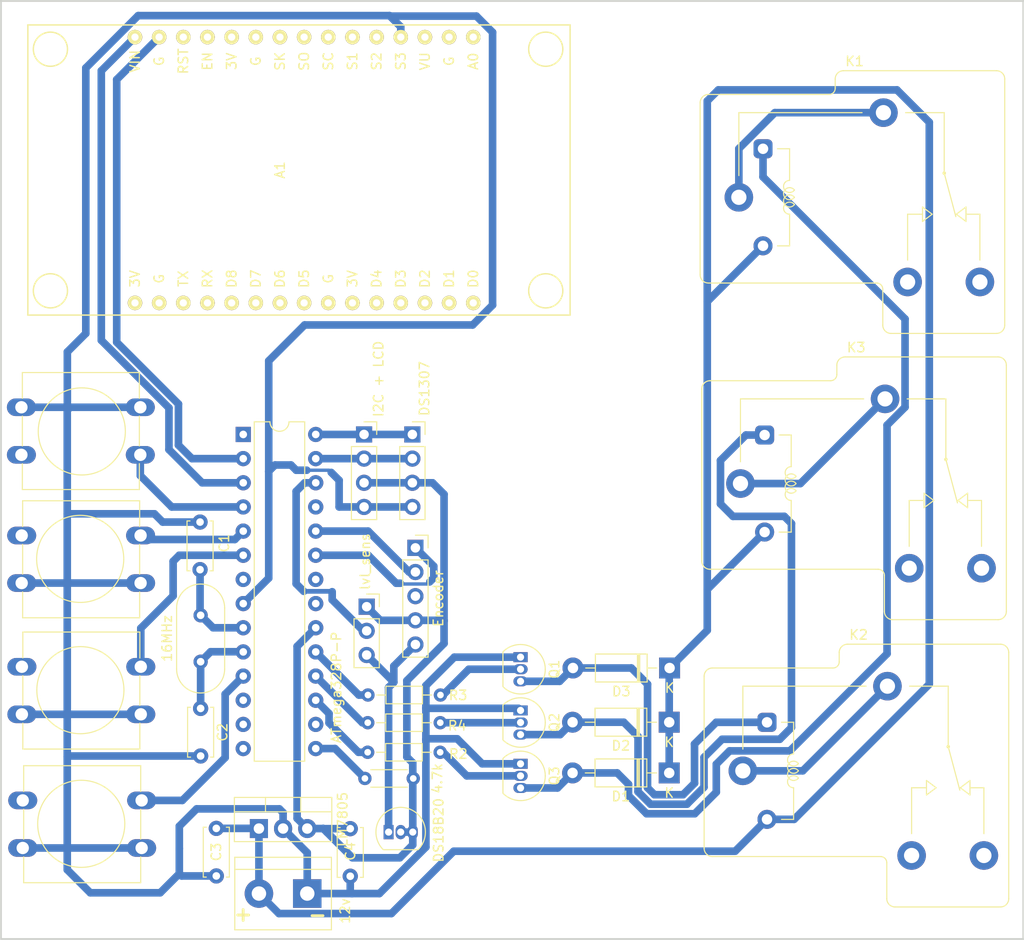
<source format=kicad_pcb>
(kicad_pcb (version 20211014) (generator pcbnew)
  (layers (0 "F.Cu" signal) (31 "B.Cu" signal) (34 "B.Paste" user) (35 "F.Paste" user) (36 "B.SilkS" user "B.Silkscreen") (37 "F.SilkS" user "F.Silkscreen") (38 "B.Mask" user) (39 "F.Mask" user) (44 "Edge.Cuts" user))
  (net 0 "")
  (net 1 "GND")
  (net 2 "Net-(SW1-Pad2)")
  (net 3 "Net-(SW2-Pad2)")
  (net 4 "Net-(SW3-Pad2)")
  (net 5 "Net-(SW4-Pad2)")
  (net 7 "+5V")
  (net 12 "Net-(A1-Pad14)")
  (net 13 "Net-(A1-Pad15)")
  (net 14 "+12V")
  (net 16 "Net-(D1-Pad2)")
  (net 17 "Net-(D2-Pad2)")
  (net 18 "Net-(C1-Pad1)")
  (net 19 "Net-(C2-Pad1)")
  (net 21 "+3V3")
  (net 45 "Net-(Lvl_sens1-Pad2)")
  (net 46 "Net-(K1-Pad11A)")
  (net 49 "Net-(K2-Pad11A)")
  (net 52 "Net-(K3-Pad11A)")
  (net 55 "Net-(Q1-Pad2)")
  (net 56 "Net-(Q2-Pad2)")
  (net 57 "Net-(Q3-Pad2)")
  (net 58 "Net-(D3-Pad2)")
  (net 59 "Net-(R1-Pad2)")
  (net 60 "Net-(R2-Pad2)")
  (net 61 "Net-(R3-Pad2)")
  (net 63 "Net-(R4-Pad2)")
  (net 64 "Net-(J4-Pad1)")
  (net 65 "Net-(J4-Pad2)")
  (net 67 "Net-(J2-Pad1)")
  (net 68 "Net-(J2-Pad2)")
  (footprint "Capacitor_THT:C_Disc_D5.0mm_W2.5mm_P5.00mm" (layer "F.Cu") (at 140.31 113.9 -90)
    (fp_text reference "C2" (at 2.5 -2.300739 90) (layer "F.SilkS"))
    (fp_text value "20pF")
    (pad "1" thru_hole circle (at 0 0 270) (size 1.6 1.6) (drill 0.8) (layers *.Cu *.Mask) (net 19 "Net-(C2-Pad1)"))
    (pad "2" thru_hole circle (at 5 0 270) (size 1.6 1.6) (drill 0.8) (layers *.Cu *.Mask) (net 1 "GND"))
  )
  (footprint "Button_Switch_THT:SW_PUSH-12mm" (layer "F.Cu") (at 134.11 128.57 180)
    (fp_text reference "SW4" hide)
    (fp_text value "SW_Push" hide)
    (pad "1" thru_hole oval (at 12.5 0 180) (size 3.048 1.85) (drill 1.3) (layers *.Cu *.Mask) (net 1 "GND"))
    (pad "1" thru_hole oval (at 0 0 180) (size 3.048 1.85) (drill 1.3) (layers *.Cu *.Mask) (net 1 "GND"))
    (pad "2" thru_hole oval (at 12.5 5 180) (size 3.048 1.85) (drill 1.3) (layers *.Cu *.Mask) (net 5 "Net-(SW4-Pad2)"))
    (pad "2" thru_hole oval (at 0 5 180) (size 3.048 1.85) (drill 1.3) (layers *.Cu *.Mask) (net 5 "Net-(SW4-Pad2)"))
  )
  (footprint "Package_TO_SOT_THT:TO-220-3_Vertical" (layer "F.Cu") (at 146.439094 126.526967)
    (fp_text reference "U1" hide)
    (fp_text value "LM7805" (at 8.800906 -0.956967 270) (layer "F.SilkS"))
    (pad "1" thru_hole rect (at 0 0) (size 1.905 2) (drill 1.1) (layers *.Cu *.Mask) (net 14 "+12V"))
    (pad "2" thru_hole oval (at 2.54 0) (size 1.905 2) (drill 1.1) (layers *.Cu *.Mask) (net 1 "GND"))
    (pad "3" thru_hole oval (at 5.08 0) (size 1.905 2) (drill 1.1) (layers *.Cu *.Mask) (net 7 "+5V"))
  )
  (footprint "Capacitor_THT:C_Disc_D5.0mm_W2.5mm_P5.00mm" (layer "F.Cu") (at 141.96 131.51 90)
    (fp_text reference "C3" (at 2.52 -0.01 90) (layer "F.SilkS"))
    (fp_text value "330nF" hide)
    (pad "1" thru_hole circle (at 0 0 90) (size 1.6 1.6) (drill 0.8) (layers *.Cu *.Mask) (net 1 "GND"))
    (pad "2" thru_hole circle (at 5 0 90) (size 1.6 1.6) (drill 0.8) (layers *.Cu *.Mask) (net 14 "+12V"))
  )
  (footprint "Package_TO_SOT_THT:TO-92_Inline" (layer "F.Cu") (at 173.94 114.11 -90)
    (fp_text reference "Q2" (at 1.27 -3.56 90) (layer "F.SilkS"))
    (fp_text value "PN2222A")
    (pad "1" thru_hole rect (at 0 0 270) (size 1.05 1.5) (drill 0.75) (layers *.Cu *.Mask) (net 1 "GND"))
    (pad "2" thru_hole oval (at 1.27 0 270) (size 1.05 1.5) (drill 0.75) (layers *.Cu *.Mask) (net 56 "Net-(Q2-Pad2)"))
    (pad "3" thru_hole oval (at 2.54 0 270) (size 1.05 1.5) (drill 0.75) (layers *.Cu *.Mask) (net 17 "Net-(D2-Pad2)"))
  )
  (footprint "Diode_THT:D_DO-41_SOD81_P10.16mm_Horizontal" (layer "F.Cu") (at 189.57 115.35 180)
    (fp_text reference "D2" (at 5.08 -2.47) (layer "F.SilkS"))
    (fp_text value "1N4007")
    (fp_text user "K" (at 0 -2.1) (layer "F.SilkS"))
    (pad "1" thru_hole rect (at 0 0 180) (size 2.2 2.2) (drill 1.1) (layers *.Cu *.Mask) (net 14 "+12V"))
    (pad "2" thru_hole oval (at 10.16 0 180) (size 2.2 2.2) (drill 1.1) (layers *.Cu *.Mask) (net 17 "Net-(D2-Pad2)"))
  )
  (footprint "ESP8266 LOLiN v3:ESP8266" (layer "F.Cu") (at 148.65 57.3 -90)
    (fp_text reference "A1" (at 0 0 -90) (layer "F.SilkS"))
    (fp_text value "ESP8266")
    (fp_text user "SO" (at -11.43 -2.54 -90) (layer "F.SilkS"))
    (fp_text user "D3" (at 11.43 -12.7 -90) (layer "F.SilkS"))
    (fp_text user "RST" (at -11.43 10.16 -90) (layer "F.SilkS"))
    (fp_text user "D5" (at 11.43 -2.54 -90) (layer "F.SilkS"))
    (fp_text user "VIN" (at -11.43 15.24 -90) (layer "F.SilkS"))
    (fp_text user "3V" (at 11.43 15.24 -90) (layer "F.SilkS"))
    (fp_text user "D1" (at 11.43 -17.78 -90) (layer "F.SilkS"))
    (fp_text user "G" (at 11.43 -5.08 -90) (layer "F.SilkS"))
    (fp_text user "S1" (at -11.43 -7.62 -90) (layer "F.SilkS"))
    (fp_text user "D2" (at 11.43 -15.24 -90) (layer "F.SilkS"))
    (fp_text user "VU" (at -11.43 -15.24 -90) (layer "F.SilkS"))
    (fp_text user "SK" (at -11.43 0 -90) (layer "F.SilkS"))
    (fp_text user "RX" (at 11.43 7.62 -90) (layer "F.SilkS"))
    (fp_text user "D4" (at 11.43 -10.16 -90) (layer "F.SilkS"))
    (fp_text user "S2" (at -11.43 -10.16 -90) (layer "F.SilkS"))
    (fp_text user "D7" (at 11.43 2.54 -90) (layer "F.SilkS"))
    (fp_text user "SC" (at -11.43 -5.08 -90) (layer "F.SilkS"))
    (fp_text user "EN" (at -11.43 7.62 -90) (layer "F.SilkS"))
    (fp_text user "G" (at -11.43 -17.78 -90) (layer "F.SilkS"))
    (fp_text user "D0" (at 11.43 -20.32 -90) (layer "F.SilkS"))
    (fp_text user "G" (at -11.43 2.54 -90) (layer "F.SilkS"))
    (fp_text user "3V" (at -11.43 5.08 -90) (layer "F.SilkS"))
    (fp_text user "TX" (at 11.43 10.16 -90) (layer "F.SilkS"))
    (fp_text user "G" (at 11.43 12.7 -90) (layer "F.SilkS"))
    (fp_text user "G" (at -11.43 12.7 -90) (layer "F.SilkS"))
    (fp_text user "D8" (at 11.43 5.08 -90) (layer "F.SilkS"))
    (fp_text user "3V" (at 11.43 -7.62 -90) (layer "F.SilkS"))
    (fp_text user "A0" (at -11.43 -20.32 -90) (layer "F.SilkS"))
    (fp_text user "D6" (at 11.43 0 -90) (layer "F.SilkS"))
    (fp_text user "S3" (at -11.43 -12.7 -90) (layer "F.SilkS"))
    (pad "1" thru_hole circle locked (at -13.97 -20.32 270) (size 1.524 1.524) (drill 0.762) (layers *.Cu *.Mask "F.SilkS"))
    (pad "2" thru_hole circle locked (at -13.97 -17.78 270) (size 1.524 1.524) (drill 0.762) (layers *.Cu *.Mask "F.SilkS") (net 21 "+3V3"))
    (pad "3" thru_hole circle locked (at -13.97 -15.24 270) (size 1.524 1.524) (drill 0.762) (layers *.Cu *.Mask "F.SilkS"))
    (pad "4" thru_hole circle locked (at -13.97 -12.7 270) (size 1.524 1.524) (drill 0.762) (layers *.Cu *.Mask "F.SilkS") (net 1 "GND"))
    (pad "5" thru_hole circle locked (at -13.97 -10.16 270) (size 1.524 1.524) (drill 0.762) (layers *.Cu *.Mask "F.SilkS"))
    (pad "6" thru_hole circle locked (at -13.97 -7.62 270) (size 1.524 1.524) (drill 0.762) (layers *.Cu *.Mask "F.SilkS"))
    (pad "7" thru_hole circle locked (at -13.97 -5.08 270) (size 1.524 1.524) (drill 0.762) (layers *.Cu *.Mask "F.SilkS"))
    (pad "8" thru_hole circle locked (at -13.97 -2.54 270) (size 1.524 1.524) (drill 0.762) (layers *.Cu *.Mask "F.SilkS"))
    (pad "9" thru_hole circle locked (at -13.97 0 270) (size 1.524 1.524) (drill 0.762) (layers *.Cu *.Mask "F.SilkS"))
    (pad "10" thru_hole circle locked (at -13.97 2.54 270) (size 1.524 1.524) (drill 0.762) (layers *.Cu *.Mask "F.SilkS"))
    (pad "11" thru_hole circle locked (at -13.97 5.08 270) (size 1.524 1.524) (drill 0.762) (layers *.Cu *.Mask "F.SilkS"))
    (pad "12" thru_hole circle locked (at -13.97 7.62 270) (size 1.524 1.524) (drill 0.762) (layers *.Cu *.Mask "F.SilkS"))
    (pad "13" thru_hole circle locked (at -13.97 10.16 270) (size 1.524 1.524) (drill 0.762) (layers *.Cu *.Mask "F.SilkS"))
    (pad "14" thru_hole circle locked (at -13.97 12.7 270) (size 1.524 1.524) (drill 0.762) (layers *.Cu *.Mask "F.SilkS") (net 12 "Net-(A1-Pad14)"))
    (pad "15" thru_hole circle locked (at -13.97 15.24 270) (size 1.524 1.524) (drill 0.762) (layers *.Cu *.Mask "F.SilkS") (net 13 "Net-(A1-Pad15)"))
    (pad "16" thru_hole circle locked (at 13.97 15.24 270) (size 1.524 1.524) (drill 0.762) (layers *.Cu *.Mask "F.SilkS"))
    (pad "17" thru_hole circle locked (at 13.97 12.7 270) (size 1.524 1.524) (drill 0.762) (layers *.Cu *.Mask "F.SilkS"))
    (pad "18" thru_hole circle locked (at 13.97 10.16 270) (size 1.524 1.524) (drill 0.762) (layers *.Cu *.Mask "F.SilkS"))
    (pad "19" thru_hole circle locked (at 13.97 7.62 270) (size 1.524 1.524) (drill 0.762) (layers *.Cu *.Mask "F.SilkS"))
    (pad "20" thru_hole circle locked (at 13.97 5.08 270) (size 1.524 1.524) (drill 0.762) (layers *.Cu *.Mask "F.SilkS"))
    (pad "21" thru_hole circle locked (at 13.97 2.54 270) (size 1.524 1.524) (drill 0.762) (layers *.Cu *.Mask "F.SilkS"))
    (pad "22" thru_hole circle locked (at 13.97 0 270) (size 1.524 1.524) (drill 0.762) (layers *.Cu *.Mask "F.SilkS"))
    (pad "23" thru_hole circle locked (at 13.97 -2.54 270) (size 1.524 1.524) (drill 0.762) (layers *.Cu *.Mask "F.SilkS"))
    (pad "24" thru_hole circle locked (at 13.97 -5.08 270) (size 1.524 1.524) (drill 0.762) (layers *.Cu *.Mask "F.SilkS"))
    (pad "25" thru_hole circle locked (at 13.97 -7.62 270) (size 1.524 1.524) (drill 0.762) (layers *.Cu *.Mask "F.SilkS"))
    (pad "26" thru_hole circle locked (at 13.97 -10.16 270) (size 1.524 1.524) (drill 0.762) (layers *.Cu *.Mask "F.SilkS"))
    (pad "27" thru_hole circle locked (at 13.97 -12.7 270) (size 1.524 1.524) (drill 0.762) (layers *.Cu *.Mask "F.SilkS"))
    (pad "28" thru_hole circle locked (at 13.97 -15.24 270) (size 1.524 1.524) (drill 0.762) (layers *.Cu *.Mask "F.SilkS"))
    (pad "29" thru_hole circle locked (at 13.97 -17.78 270) (size 1.524 1.524) (drill 0.762) (layers *.Cu *.Mask "F.SilkS"))
    (pad "30" thru_hole circle locked (at 13.97 -20.32 270) (size 1.524 1.524) (drill 0.762) (layers *.Cu *.Mask "F.SilkS"))
  )
  (footprint "Package_TO_SOT_THT:TO-92_Inline" (layer "F.Cu") (at 173.94 108.51 -90)
    (fp_text reference "Q1" (at 1.27 -3.56 90) (layer "F.SilkS"))
    (fp_text value "PN2222A")
    (pad "1" thru_hole rect (at 0 0 270) (size 1.05 1.5) (drill 0.75) (layers *.Cu *.Mask) (net 1 "GND"))
    (pad "2" thru_hole oval (at 1.27 0 270) (size 1.05 1.5) (drill 0.75) (layers *.Cu *.Mask) (net 55 "Net-(Q1-Pad2)"))
    (pad "3" thru_hole oval (at 2.54 0 270) (size 1.05 1.5) (drill 0.75) (layers *.Cu *.Mask) (net 58 "Net-(D3-Pad2)"))
  )
  (footprint "Resistor_THT:R_Axial_DIN0204_L3.6mm_D1.6mm_P7.62mm_Horizontal" (layer "F.Cu") (at 165.49 118.51 180)
    (fp_text reference "R2" (at -1.91 -0.18 180) (layer "F.SilkS"))
    (fp_text value "1k")
    (pad "1" thru_hole circle (at 0 0 180) (size 1.4 1.4) (drill 0.7) (layers *.Cu *.Mask) (net 57 "Net-(Q3-Pad2)"))
    (pad "2" thru_hole oval (at 7.62 0 180) (size 1.4 1.4) (drill 0.7) (layers *.Cu *.Mask) (net 60 "Net-(R2-Pad2)"))
  )
  (footprint "Relay_THT:Relay_SPDT_RAYEX-L90" (layer "F.Cu") (at 197.31 120.46)
    (fp_text reference "K2" (at 12.1666 -14.3) (layer "F.SilkS"))
    (fp_text value "RAYEX-L90")
    (pad "11A" thru_hole circle (at 0 0 180) (size 3 3) (drill 1.6) (layers *.Cu *.Mask) (net 49 "Net-(K2-Pad11A)"))
    (pad "11B" thru_hole circle (at 15.2 -8.9 180) (size 3 3) (drill 1.6) (layers *.Cu *.Mask) (net 49 "Net-(K2-Pad11A)"))
    (pad "12" thru_hole circle (at 25.34 8.9 180) (size 3 3) (drill 1.6) (layers *.Cu *.Mask))
    (pad "14" thru_hole circle (at 17.74 8.9 180) (size 3 3) (drill 1.6) (layers *.Cu *.Mask))
    (pad "A1" thru_hole roundrect (at 2.54 -5.1 180) (size 2 2) (drill 1.1) (layers *.Cu *.Mask) (net 58 "Net-(D3-Pad2)"))
    (pad "A2" thru_hole circle (at 2.54 5.1 180) (size 2 2) (drill 1.1) (layers *.Cu *.Mask) (net 14 "+12V"))
  )
  (footprint "Connector_PinSocket_2.54mm:PinSocket_1x05_P2.54mm_Vertical" (layer "F.Cu") (at 162.89 97.02)
    (fp_text reference "J4" hide)
    (fp_text value "Encoder" (at 2.41 5.32 90) (layer "F.SilkS"))
    (pad "1" thru_hole rect (at 0 0) (size 1.7 1.7) (drill 1) (layers *.Cu *.Mask) (net 64 "Net-(J4-Pad1)"))
    (pad "2" thru_hole oval (at 0 2.54) (size 1.7 1.7) (drill 1) (layers *.Cu *.Mask) (net 65 "Net-(J4-Pad2)"))
    (pad "3" thru_hole oval (at 0 5.08) (size 1.7 1.7) (drill 1) (layers *.Cu *.Mask))
    (pad "4" thru_hole oval (at 0 7.62) (size 1.7 1.7) (drill 1) (layers *.Cu *.Mask) (net 7 "+5V"))
    (pad "5" thru_hole oval (at 0 10.16) (size 1.7 1.7) (drill 1) (layers *.Cu *.Mask) (net 1 "GND"))
  )
  (footprint "Button_Switch_THT:SW_PUSH-12mm" (layer "F.Cu") (at 121.47 82.24)
    (fp_text reference "SW1" hide)
    (fp_text value "SW_Push" hide)
    (pad "1" thru_hole oval (at 12.5 0) (size 3.048 1.85) (drill 1.3) (layers *.Cu *.Mask) (net 1 "GND"))
    (pad "1" thru_hole oval (at 0 0) (size 3.048 1.85) (drill 1.3) (layers *.Cu *.Mask) (net 1 "GND"))
    (pad "2" thru_hole oval (at 12.5 5) (size 3.048 1.85) (drill 1.3) (layers *.Cu *.Mask) (net 2 "Net-(SW1-Pad2)"))
    (pad "2" thru_hole oval (at 0 5) (size 3.048 1.85) (drill 1.3) (layers *.Cu *.Mask) (net 2 "Net-(SW1-Pad2)"))
  )
  (footprint "Button_Switch_THT:SW_PUSH-12mm" (layer "F.Cu") (at 134.02 114.52 180)
    (fp_text reference "SW3" hide)
    (fp_text value "SW_Push" hide)
    (pad "1" thru_hole oval (at 12.5 0 180) (size 3.048 1.85) (drill 1.3) (layers *.Cu *.Mask) (net 1 "GND"))
    (pad "1" thru_hole oval (at 0 0 180) (size 3.048 1.85) (drill 1.3) (layers *.Cu *.Mask) (net 1 "GND"))
    (pad "2" thru_hole oval (at 0 5 180) (size 3.048 1.85) (drill 1.3) (layers *.Cu *.Mask) (net 4 "Net-(SW3-Pad2)"))
    (pad "2" thru_hole oval (at 12.5 5 180) (size 3.048 1.85) (drill 1.3) (layers *.Cu *.Mask) (net 4 "Net-(SW3-Pad2)"))
  )
  (footprint "Package_TO_SOT_THT:TO-92_Inline" (layer "F.Cu") (at 160.07 126.9)
    (fp_text reference "U2" hide)
    (fp_text value "DS18B20" (at 5.26 -0.2 90) (layer "F.SilkS"))
    (pad "1" thru_hole rect (at 0 0) (size 1.05 1.5) (drill 0.75) (layers *.Cu *.Mask) (net 1 "GND"))
    (pad "2" thru_hole oval (at 1.27 0) (size 1.05 1.5) (drill 0.75) (layers *.Cu *.Mask) (net 7 "+5V"))
    (pad "3" thru_hole oval (at 2.54 0) (size 1.05 1.5) (drill 0.75) (layers *.Cu *.Mask) (net 7 "+5V"))
  )
  (footprint "Capacitor_THT:C_Disc_D5.0mm_W2.5mm_P5.00mm" (layer "F.Cu") (at 140.25 99.31 90)
    (fp_text reference "C1" (at 2.79 2.54 90) (layer "F.SilkS"))
    (fp_text value "20pF")
    (pad "1" thru_hole circle (at 0 0 90) (size 1.6 1.6) (drill 0.8) (layers *.Cu *.Mask) (net 18 "Net-(C1-Pad1)"))
    (pad "2" thru_hole circle (at 5 0 90) (size 1.6 1.6) (drill 0.8) (layers *.Cu *.Mask) (net 1 "GND"))
  )
  (footprint "Capacitor_THT:C_Disc_D5.0mm_W2.5mm_P5.00mm" (layer "F.Cu") (at 156.04 131.54 90)
    (fp_text reference "C4" (at 2.61 0.01 90) (layer "F.SilkS"))
    (fp_text value "100nF" hide)
    (pad "1" thru_hole circle (at 0 0 90) (size 1.6 1.6) (drill 0.8) (layers *.Cu *.Mask) (net 1 "GND"))
    (pad "2" thru_hole circle (at 5 0 90) (size 1.6 1.6) (drill 0.8) (layers *.Cu *.Mask) (net 7 "+5V"))
  )
  (footprint "TerminalBlock:TerminalBlock_bornier-2_P5.08mm" (layer "F.Cu") (at 151.519094 133.36 180)
    (fp_text reference "J1" hide)
    (fp_text value "12v" (at -3.980906 -1.83 90) (layer "F.SilkS"))
    (pad "1" thru_hole rect (at 0 0 180) (size 3 3) (drill 1.52) (layers *.Cu *.Mask) (net 1 "GND"))
    (pad "2" thru_hole circle (at 5.08 0 180) (size 3 3) (drill 1.52) (layers *.Cu *.Mask) (net 14 "+12V"))
  )
  (footprint "Crystal:Crystal_HC49-4H_Vertical" (layer "F.Cu") (at 140.31 104.11 -90)
    (fp_text reference "Y1" hide)
    (fp_text value "16MHz" (at 2.44 3.525 90) (layer "F.SilkS"))
    (pad "1" thru_hole circle (at 0 0 270) (size 1.5 1.5) (drill 0.8) (layers *.Cu *.Mask) (net 18 "Net-(C1-Pad1)"))
    (pad "2" thru_hole circle (at 4.88 0 270) (size 1.5 1.5) (drill 0.8) (layers *.Cu *.Mask) (net 19 "Net-(C2-Pad1)"))
  )
  (footprint "Package_DIP:DIP-28_W7.62mm" (layer "F.Cu") (at 144.79 85.1)
    (fp_text reference "U3" hide)
    (fp_text value "ATmega328P-P" (at 9.79 26.59 90) (layer "F.SilkS"))
    (pad "1" thru_hole rect (at 0 0) (size 1.6 1.6) (drill 0.8) (layers *.Cu *.Mask))
    (pad "2" thru_hole oval (at 0 2.54) (size 1.6 1.6) (drill 0.8) (layers *.Cu *.Mask) (net 12 "Net-(A1-Pad14)"))
    (pad "3" thru_hole oval (at 0 5.08) (size 1.6 1.6) (drill 0.8) (layers *.Cu *.Mask) (net 13 "Net-(A1-Pad15)"))
    (pad "4" thru_hole oval (at 0 7.62) (size 1.6 1.6) (drill 0.8) (layers *.Cu *.Mask) (net 2 "Net-(SW1-Pad2)"))
    (pad "5" thru_hole oval (at 0 10.16) (size 1.6 1.6) (drill 0.8) (layers *.Cu *.Mask) (net 3 "Net-(SW2-Pad2)"))
    (pad "6" thru_hole oval (at 0 12.7) (size 1.6 1.6) (drill 0.8) (layers *.Cu *.Mask) (net 4 "Net-(SW3-Pad2)"))
    (pad "7" thru_hole oval (at 0 15.24) (size 1.6 1.6) (drill 0.8) (layers *.Cu *.Mask) (net 7 "+5V"))
    (pad "8" thru_hole oval (at 0 17.78) (size 1.6 1.6) (drill 0.8) (layers *.Cu *.Mask) (net 1 "GND"))
    (pad "9" thru_hole oval (at 0 20.32) (size 1.6 1.6) (drill 0.8) (layers *.Cu *.Mask) (net 18 "Net-(C1-Pad1)"))
    (pad "10" thru_hole oval (at 0 22.86) (size 1.6 1.6) (drill 0.8) (layers *.Cu *.Mask) (net 19 "Net-(C2-Pad1)"))
    (pad "11" thru_hole oval (at 0 25.4) (size 1.6 1.6) (drill 0.8) (layers *.Cu *.Mask) (net 5 "Net-(SW4-Pad2)"))
    (pad "12" thru_hole oval (at 0 27.94) (size 1.6 1.6) (drill 0.8) (layers *.Cu *.Mask))
    (pad "13" thru_hole oval (at 0 30.48) (size 1.6 1.6) (drill 0.8) (layers *.Cu *.Mask))
    (pad "14" thru_hole oval (at 0 33.02) (size 1.6 1.6) (drill 0.8) (layers *.Cu *.Mask))
    (pad "15" thru_hole oval (at 7.62 33.02) (size 1.6 1.6) (drill 0.8) (layers *.Cu *.Mask) (net 59 "Net-(R1-Pad2)"))
    (pad "16" thru_hole oval (at 7.62 30.48) (size 1.6 1.6) (drill 0.8) (layers *.Cu *.Mask))
    (pad "17" thru_hole oval (at 7.62 27.94) (size 1.6 1.6) (drill 0.8) (layers *.Cu *.Mask) (net 60 "Net-(R2-Pad2)"))
    (pad "18" thru_hole oval (at 7.62 25.4) (size 1.6 1.6) (drill 0.8) (layers *.Cu *.Mask) (net 63 "Net-(R4-Pad2)"))
    (pad "19" thru_hole oval (at 7.62 22.86) (size 1.6 1.6) (drill 0.8) (layers *.Cu *.Mask) (net 61 "Net-(R3-Pad2)"))
    (pad "20" thru_hole oval (at 7.62 20.32) (size 1.6 1.6) (drill 0.8) (layers *.Cu *.Mask) (net 7 "+5V"))
    (pad "21" thru_hole oval (at 7.62 17.78) (size 1.6 1.6) (drill 0.8) (layers *.Cu *.Mask))
    (pad "22" thru_hole oval (at 7.62 15.24) (size 1.6 1.6) (drill 0.8) (layers *.Cu *.Mask) (net 1 "GND"))
    (pad "23" thru_hole oval (at 7.62 12.7) (size 1.6 1.6) (drill 0.8) (layers *.Cu *.Mask) (net 64 "Net-(J4-Pad1)"))
    (pad "24" thru_hole oval (at 7.62 10.16) (size 1.6 1.6) (drill 0.8) (layers *.Cu *.Mask) (net 65 "Net-(J4-Pad2)"))
    (pad "25" thru_hole oval (at 7.62 7.62) (size 1.6 1.6) (drill 0.8) (layers *.Cu *.Mask))
    (pad "26" thru_hole oval (at 7.62 5.08) (size 1.6 1.6) (drill 0.8) (layers *.Cu *.Mask) (net 45 "Net-(Lvl_sens1-Pad2)"))
    (pad "27" thru_hole oval (at 7.62 2.54) (size 1.6 1.6) (drill 0.8) (layers *.Cu *.Mask) (net 68 "Net-(J2-Pad2)"))
    (pad "28" thru_hole oval (at 7.62 0) (size 1.6 1.6) (drill 0.8) (layers *.Cu *.Mask) (net 67 "Net-(J2-Pad1)"))
  )
  (footprint "Package_TO_SOT_THT:TO-92_Inline" (layer "F.Cu") (at 173.94 119.72 -90)
    (fp_text reference "Q3" (at 1.27 -3.56 90) (layer "F.SilkS"))
    (fp_text value "PN2222A")
    (pad "1" thru_hole rect (at 0 0 270) (size 1.05 1.5) (drill 0.75) (layers *.Cu *.Mask) (net 1 "GND"))
    (pad "2" thru_hole oval (at 1.27 0 270) (size 1.05 1.5) (drill 0.75) (layers *.Cu *.Mask) (net 57 "Net-(Q3-Pad2)"))
    (pad "3" thru_hole oval (at 2.54 0 270) (size 1.05 1.5) (drill 0.75) (layers *.Cu *.Mask) (net 16 "Net-(D1-Pad2)"))
  )
  (footprint "Connector_PinSocket_2.54mm:PinSocket_1x03_P2.54mm_Vertical" (layer "F.Cu") (at 157.765 103.205)
    (fp_text reference "Lvl_sens1" hide)
    (fp_text value "lvl_sens" (at -0.155 -4.735 90) (layer "F.SilkS"))
    (pad "1" thru_hole rect (at 0 0) (size 1.7 1.7) (drill 1) (layers *.Cu *.Mask) (net 7 "+5V"))
    (pad "2" thru_hole oval (at 0 2.54) (size 1.7 1.7) (drill 1) (layers *.Cu *.Mask) (net 45 "Net-(Lvl_sens1-Pad2)"))
    (pad "3" thru_hole oval (at 0 5.08) (size 1.7 1.7) (drill 1) (layers *.Cu *.Mask) (net 1 "GND"))
  )
  (footprint "Diode_THT:D_DO-41_SOD81_P10.16mm_Horizontal" (layer "F.Cu") (at 189.57 120.68 180)
    (fp_text reference "D1" (at 5.08 -2.47) (layer "F.SilkS"))
    (fp_text value "1N4007")
    (fp_text user "K" (at 0 -2.1) (layer "F.SilkS"))
    (pad "1" thru_hole rect (at 0 0 180) (size 2.2 2.2) (drill 1.1) (layers *.Cu *.Mask) (net 14 "+12V"))
    (pad "2" thru_hole oval (at 10.16 0 180) (size 2.2 2.2) (drill 1.1) (layers *.Cu *.Mask) (net 16 "Net-(D1-Pad2)"))
  )
  (footprint "Resistor_THT:R_Axial_DIN0204_L3.6mm_D1.6mm_P5.08mm_Horizontal" (layer "F.Cu") (at 162.66 121.26 180)
    (fp_text reference "R1" hide)
    (fp_text value "4.7k" (at -2.54 0 90) (layer "F.SilkS"))
    (pad "1" thru_hole circle (at 0 0 180) (size 1.4 1.4) (drill 0.7) (layers *.Cu *.Mask) (net 7 "+5V"))
    (pad "2" thru_hole oval (at 5.08 0 180) (size 1.4 1.4) (drill 0.7) (layers *.Cu *.Mask) (net 59 "Net-(R1-Pad2)"))
  )
  (footprint "Relay_THT:Relay_SPDT_RAYEX-L90" (layer "F.Cu") (at 197.06 90.26)
    (fp_text reference "K3" (at 12.1666 -14.3) (layer "F.SilkS"))
    (fp_text value "RAYEX-L90")
    (pad "11A" thru_hole circle (at 0 0 180) (size 3 3) (drill 1.6) (layers *.Cu *.Mask) (net 52 "Net-(K3-Pad11A)"))
    (pad "11B" thru_hole circle (at 15.2 -8.9 180) (size 3 3) (drill 1.6) (layers *.Cu *.Mask) (net 52 "Net-(K3-Pad11A)"))
    (pad "12" thru_hole circle (at 25.34 8.9 180) (size 3 3) (drill 1.6) (layers *.Cu *.Mask))
    (pad "14" thru_hole circle (at 17.74 8.9 180) (size 3 3) (drill 1.6) (layers *.Cu *.Mask))
    (pad "A1" thru_hole roundrect (at 2.54 -5.1 180) (size 2 2) (drill 1.1) (layers *.Cu *.Mask) (net 17 "Net-(D2-Pad2)"))
    (pad "A2" thru_hole circle (at 2.54 5.1 180) (size 2 2) (drill 1.1) (layers *.Cu *.Mask) (net 14 "+12V"))
  )
  (footprint "Relay_THT:Relay_SPDT_RAYEX-L90" (layer "F.Cu") (at 196.89 60.17)
    (fp_text reference "K1" (at 12.1666 -14.3) (layer "F.SilkS"))
    (fp_text value "RAYEX-L90")
    (pad "11A" thru_hole circle (at 0 0 180) (size 3 3) (drill 1.6) (layers *.Cu *.Mask) (net 46 "Net-(K1-Pad11A)"))
    (pad "11B" thru_hole circle (at 15.2 -8.9 180) (size 3 3) (drill 1.6) (layers *.Cu *.Mask) (net 46 "Net-(K1-Pad11A)"))
    (pad "12" thru_hole circle (at 25.34 8.9 180) (size 3 3) (drill 1.6) (layers *.Cu *.Mask))
    (pad "14" thru_hole circle (at 17.74 8.9 180) (size 3 3) (drill 1.6) (layers *.Cu *.Mask))
    (pad "A1" thru_hole roundrect (at 2.54 -5.1 180) (size 2 2) (drill 1.1) (layers *.Cu *.Mask) (net 16 "Net-(D1-Pad2)"))
    (pad "A2" thru_hole circle (at 2.54 5.1 180) (size 2 2) (drill 1.1) (layers *.Cu *.Mask) (net 14 "+12V"))
  )
  (footprint "Connector_PinSocket_2.54mm:PinSocket_1x04_P2.54mm_Vertical" (layer "F.Cu") (at 157.49 85.1)
    (fp_text reference "J2" hide)
    (fp_text value "I2C + LCD" (at 1.524 -5.842 90) (layer "F.SilkS"))
    (pad "1" thru_hole rect (at 0 0) (size 1.7 1.7) (drill 1) (layers *.Cu *.Mask) (net 67 "Net-(J2-Pad1)"))
    (pad "2" thru_hole oval (at 0 2.54) (size 1.7 1.7) (drill 1) (layers *.Cu *.Mask) (net 68 "Net-(J2-Pad2)"))
    (pad "3" thru_hole oval (at 0 5.08) (size 1.7 1.7) (drill 1) (layers *.Cu *.Mask) (net 7 "+5V"))
    (pad "4" thru_hole oval (at 0 7.62) (size 1.7 1.7) (drill 1) (layers *.Cu *.Mask) (net 1 "GND"))
  )
  (footprint "Resistor_THT:R_Axial_DIN0204_L3.6mm_D1.6mm_P7.62mm_Horizontal" (layer "F.Cu") (at 165.5 115.4 180)
    (fp_text reference "R4" (at -1.78 -0.32 180) (layer "F.SilkS"))
    (fp_text value "1k")
    (pad "1" thru_hole circle (at 0 0 180) (size 1.4 1.4) (drill 0.7) (layers *.Cu *.Mask) (net 56 "Net-(Q2-Pad2)"))
    (pad "2" thru_hole oval (at 7.62 0 180) (size 1.4 1.4) (drill 0.7) (layers *.Cu *.Mask) (net 63 "Net-(R4-Pad2)"))
  )
  (footprint "Resistor_THT:R_Axial_DIN0204_L3.6mm_D1.6mm_P7.62mm_Horizontal" (layer "F.Cu") (at 165.52 112.49 180)
    (fp_text reference "R3" (at -1.85 -0.03 180) (layer "F.SilkS"))
    (fp_text value "1k")
    (pad "1" thru_hole circle (at 0 0 180) (size 1.4 1.4) (drill 0.7) (layers *.Cu *.Mask) (net 55 "Net-(Q1-Pad2)"))
    (pad "2" thru_hole oval (at 7.62 0 180) (size 1.4 1.4) (drill 0.7) (layers *.Cu *.Mask) (net 61 "Net-(R3-Pad2)"))
  )
  (footprint "Diode_THT:D_DO-41_SOD81_P10.16mm_Horizontal" (layer "F.Cu") (at 189.61 109.65 180)
    (fp_text reference "D3" (at 5.08 -2.47) (layer "F.SilkS"))
    (fp_text value "1N4007")
    (fp_text user "K" (at 0 -2.1) (layer "F.SilkS"))
    (pad "1" thru_hole rect (at 0 0 180) (size 2.2 2.2) (drill 1.1) (layers *.Cu *.Mask) (net 14 "+12V"))
    (pad "2" thru_hole oval (at 10.16 0 180) (size 2.2 2.2) (drill 1.1) (layers *.Cu *.Mask) (net 58 "Net-(D3-Pad2)"))
  )
  (footprint "Connector_PinSocket_2.54mm:PinSocket_1x04_P2.54mm_Vertical" (layer "F.Cu") (at 162.57 85.1)
    (fp_text reference "J3" hide)
    (fp_text value "DS1307" (at 1.27 -4.826 90) (layer "F.SilkS"))
    (pad "1" thru_hole rect (at 0 0) (size 1.7 1.7) (drill 1) (layers *.Cu *.Mask) (net 67 "Net-(J2-Pad1)"))
    (pad "2" thru_hole oval (at 0 2.54) (size 1.7 1.7) (drill 1) (layers *.Cu *.Mask) (net 68 "Net-(J2-Pad2)"))
    (pad "3" thru_hole oval (at 0 5.08) (size 1.7 1.7) (drill 1) (layers *.Cu *.Mask) (net 7 "+5V"))
    (pad "4" thru_hole oval (at 0 7.62) (size 1.7 1.7) (drill 1) (layers *.Cu *.Mask) (net 1 "GND"))
  )
  (footprint "Button_Switch_THT:SW_PUSH-12mm" (layer "F.Cu") (at 134 100.72 180)
    (fp_text reference "SW2" hide)
    (fp_text value "SW_Push" hide)
    (pad "1" thru_hole oval (at 0 0 180) (size 3.048 1.85) (drill 1.3) (layers *.Cu *.Mask) (net 1 "GND"))
    (pad "1" thru_hole oval (at 12.5 0 180) (size 3.048 1.85) (drill 1.3) (layers *.Cu *.Mask) (net 1 "GND"))
    (pad "2" thru_hole oval (at 12.5 5 180) (size 3.048 1.85) (drill 1.3) (layers *.Cu *.Mask) (net 3 "Net-(SW2-Pad2)"))
    (pad "2" thru_hole oval (at 0 5 180) (size 3.048 1.85) (drill 1.3) (layers *.Cu *.Mask) (net 3 "Net-(SW2-Pad2)"))
  )
  (gr_rect (start 119.32 138.14) (end 226.79 39.528181) (layer "Edge.Cuts") (width 0.2) (fill none))
  (gr_text "+" (at 144.78 135.51) (layer "F.SilkS") (effects (font (size 1.5 1.5) (thickness 0.3))))
  (gr_text "-" (at 152.6 135.58) (layer "F.SilkS") (effects (font (size 1.5 1.5) (thickness 0.3))))
  (segment (start 160.07 127.056402) (end 160.07 126.9) (width 0.8) (layer "B.Cu") (net 1))
  (segment (start 126.29 82.55) (end 126.6 82.24) (width 0.8) (layer "B.Cu") (net 1))
  (segment (start 153.81 88.86) (end 151.47 88.86) (width 0.35) (layer "B.Cu") (net 1))
  (segment (start 126.24 114.52) (end 126.29 114.47) (width 0.8) (layer "B.Cu") (net 1))
  (segment (start 138.31 131.51) (end 138.07 131.27) (width 0.8) (layer "B.Cu") (net 1))
  (segment (start 160.07 111.69) (end 160.62 111.14) (width 0.8) (layer "B.Cu") (net 1))
  (segment (start 148.979094 124.849094) (end 148.59 124.46) (width 0.8) (layer "B.Cu") (net 1))
  (segment (start 126.29 93.44) (end 126.29 82.55) (width 0.8) (layer "B.Cu") (net 1))
  (segment (start 126.29 118.96) (end 126.29 114.47) (width 0.8) (layer "B.Cu") (net 1))
  (segment (start 126.29 130.86) (end 126.29 128.63) (width 0.8) (layer "B.Cu") (net 1))
  (segment (start 151.519094 133.36) (end 156.21 133.36) (width 0.8) (layer "B.Cu") (net 1))
  (segment (start 163.99 128.475708) (end 163.99 117.18) (width 0.8) (layer "B.Cu") (net 1))
  (segment (start 160.07 126.9) (end 160.07 111.69) (width 0.8) (layer "B.Cu") (net 1))
  (segment (start 126.6 82.24) (end 133.97 82.24) (width 0.8) (layer "B.Cu") (net 1))
  (segment (start 121.52 114.52) (end 126.24 114.52) (width 0.8) (layer "B.Cu") (net 1))
  (segment (start 171 71.5) (end 171 42.82) (width 0.8) (layer "B.Cu") (net 1))
  (segment (start 140.25 94.31) (end 136.323526 94.31) (width 0.8) (layer "B.Cu") (net 1))
  (segment (start 151.47 88.86) (end 150.36 88.86) (width 0.8) (layer "B.Cu") (net 1))
  (segment (start 151.24 73.59) (end 168.91 73.59) (width 0.8) (layer "B.Cu") (net 1))
  (segment (start 156.04 131.54) (end 156.04 133.19) (width 0.8) (layer "B.Cu") (net 1))
  (segment (start 139.89 124.46) (end 138.07 126.28) (width 0.8) (layer "B.Cu") (net 1))
  (segment (start 126.35 118.9) (end 126.29 118.96) (width 0.8) (layer "B.Cu") (net 1))
  (segment (start 163.99 117.18) (end 163.99 113.89) (width 0.8) (layer "B.Cu") (net 1))
  (segment (start 173.72 113.89) (end 163.99 113.89) (width 0.8) (layer "B.Cu") (net 1))
  (segment (start 167.28 117.09) (end 164.08 117.09) (width 0.8) (layer "B.Cu") (net 1))
  (segment (start 160.62 111.14) (end 157.765 108.285) (width 0.8) (layer "B.Cu") (net 1))
  (segment (start 136.323526 94.31) (end 135.453526 93.44) (width 0.8) (layer "B.Cu") (net 1))
  (segment (start 141.96 131.51) (end 138.31 131.51) (width 0.8) (layer "B.Cu") (net 1))
  (segment (start 128.24 46.573841) (end 133.743841 41.07) (width 0.8) (layer "B.Cu") (net 1))
  (segment (start 136.06 133.28) (end 128.71 133.28) (width 0.8) (layer "B.Cu") (net 1))
  (segment (start 138.07 126.28) (end 138.07 128.63) (width 0.8) (layer "B.Cu") (net 1))
  (segment (start 138.07 128.63) (end 138.07 131.27) (width 0.8) (layer "B.Cu") (net 1))
  (segment (start 161.35 42.25) (end 161.35 43.33) (width 0.8) (layer "B.Cu") (net 1))
  (segment (start 128.71 133.28) (end 126.29 130.86) (width 0.8) (layer "B.Cu") (net 1))
  (segment (start 126.29 128.63) (end 126.29 118.96) (width 0.8) (layer "B.Cu") (net 1))
  (segment (start 162.57 92.72) (end 157.49 92.72) (width 0.8) (layer "B.Cu") (net 1))
  (segment (start 148.59 124.46) (end 139.89 124.46) (width 0.8) (layer "B.Cu") (net 1))
  (segment (start 150.36 88.86) (end 149.81048 88.31048) (width 0.8) (layer "B.Cu") (net 1))
  (segment (start 126.34 114.52) (end 126.29 114.47) (width 0.8) (layer "B.Cu") (net 1))
  (segment (start 126.3 76.42) (end 128.24 74.48) (width 0.8) (layer "B.Cu") (net 1))
  (segment (start 168.91 73.59) (end 171 71.5) (width 0.8) (layer "B.Cu") (net 1))
  (segment (start 128.24 74.48) (end 128.24 46.573841) (width 0.8) (layer "B.Cu") (net 1))
  (segment (start 160.62 109.45) (end 162.89 107.18) (width 0.8) (layer "B.Cu") (net 1))
  (segment (start 163.99 111.5) (end 166.98 108.51) (width 0.8) (layer "B.Cu") (net 1))
  (segment (start 148.12952 88.31048) (end 149.81048 88.31048) (width 0.8) (layer "B.Cu") (net 1))
  (segment (start 126.29 100.94) (end 126.29 93.44) (width 0.8) (layer "B.Cu") (net 1))
  (segment (start 134.02 114.52) (end 126.34 114.52) (width 0.8) (layer "B.Cu") (net 1))
  (segment (start 121.61 128.57) (end 126.23 128.57) (width 0.8) (layer "B.Cu") (net 1))
  (segment (start 166.98 108.51) (end 173.94 108.51) (width 0.8) (layer "B.Cu") (net 1))
  (segment (start 126.29 114.47) (end 126.29 100.94) (width 0.8) (layer "B.Cu") (net 1))
  (segment (start 171 42.82) (end 169.3 41.12) (width 0.8) (layer "B.Cu") (net 1))
  (segment (start 159.105708 133.36) (end 163.99 128.475708) (width 0.8) (layer "B.Cu") (net 1))
  (segment (start 126.07 100.72) (end 126.29 100.94) (width 0.8) (layer "B.Cu") (net 1))
  (segment (start 164.08 117.09) (end 163.99 117.18) (width 0.8) (layer "B.Cu") (net 1))
  (segment (start 133.743841 41.07) (end 160.17 41.07) (width 0.8) (layer "B.Cu") (net 1))
  (segment (start 156.21 133.36) (end 159.105708 133.36) (width 0.8) (layer "B.Cu") (net 1))
  (segment (start 147.47 89.04) (end 147.47 77.36) (width 0.8) (layer "B.Cu") (net 1))
  (segment (start 154.87 89.92) (end 154.04 89.09) (width 0.8) (layer "B.Cu") (net 1))
  (segment (start 151.519094 133.36) (end 151.519094 129.066967) (width 0.8) (layer "B.Cu") (net 1))
  (segment (start 147.47 88.97) (end 148.12952 88.31048) (width 0.8) (layer "B.Cu") (net 1))
  (segment (start 160.17 41.07) (end 161.35 42.25) (width 0.8) (layer "B.Cu") (net 1))
  (segment (start 163.99 113.89) (end 163.99 111.5) (width 0.8) (layer "B.Cu") (net 1))
  (segment (start 173.94 119.72) (end 169.91 119.72) (width 0.8) (layer "B.Cu") (net 1))
  (segment (start 147.47 77.36) (end 151.24 73.59) (width 0.8) (layer "B.Cu") (net 1))
  (segment (start 134.11 128.57) (end 126.23 128.57) (width 0.8) (layer "B.Cu") (net 1))
  (segment (start 173.94 114.11) (end 173.72 113.89) (width 0.8) (layer "B.Cu") (net 1))
  (segment (start 138.07 131.27) (end 136.06 133.28) (width 0.8) (layer "B.Cu") (net 1))
  (segment (start 134 100.72) (end 126.07 100.72) (width 0.8) (layer "B.Cu") (net 1))
  (segment (start 160.62 111.14) (end 160.62 109.45) (width 0.8) (layer "B.Cu") (net 1))
  (segment (start 121.47 82.24) (end 126.6 82.24) (width 0.8) (layer "B.Cu") (net 1))
  (segment (start 156.04 133.19) (end 156.21 133.36) (width 0.8) (layer "B.Cu") (net 1))
  (segment (start 126.3 82.37) (end 126.3 76.42) (width 0.8) (layer "B.Cu") (net 1))
  (segment (start 169.3 41.12) (end 160.19 41.12) (width 0.8) (layer "B.Cu") (net 1))
  (segment (start 126.23 128.57) (end 126.29 128.63) (width 0.8) (layer "B.Cu") (net 1))
  (segment (start 144.79 102.88) (end 147.47 100.2) (width 0.8) (layer "B.Cu") (net 1))
  (segment (start 135.453526 93.44) (end 126.29 93.44) (width 0.8) (layer "B.Cu") (net 1))
  (segment (start 147.47 100.2) (end 147.47 88.97) (width 0.8) (layer "B.Cu") (net 1))
  (segment (start 121.5 100.72) (end 126.07 100.72) (width 0.8) (layer "B.Cu") (net 1))
  (segment (start 169.91 119.72) (end 167.28 117.09) (width 0.8) (layer "B.Cu") (net 1))
  (segment (start 148.979094 126.526967) (end 148.979094 124.849094) (width 0.8) (layer "B.Cu") (net 1))
  (segment (start 154.87 92.72) (end 154.87 89.92) (width 0.8) (layer "B.Cu") (net 1))
  (segment (start 157.49 92.72) (end 154.87 92.72) (width 0.8) (layer "B.Cu") (net 1))
  (segment (start 140.31 118.9) (end 126.35 118.9) (width 0.8) (layer "B.Cu") (net 1))
  (segment (start 151.519094 129.066967) (end 148.979094 126.526967) (width 0.8) (layer "B.Cu") (net 1))
  (segment (start 133.97 87.24) (end 133.97 89.42) (width 0.8) (layer "B.Cu") (net 2))
  (segment (start 137.27 92.72) (end 144.79 92.72) (width 0.8) (layer "B.Cu") (net 2))
  (segment (start 133.97 89.42) (end 137.27 92.72) (width 0.8) (layer "B.Cu") (net 2))
  (segment (start 143.91 96.14) (end 144.79 95.26) (width 0.8) (layer "B.Cu") (net 3))
  (segment (start 134.42 96.14) (end 143.91 96.14) (width 0.8) (layer "B.Cu") (net 3))
  (segment (start 134 95.72) (end 134.42 96.14) (width 0.8) (layer "B.Cu") (net 3))
  (segment (start 134.02 109.52) (end 134.02 105.47) (width 0.8) (layer "B.Cu") (net 4))
  (segment (start 137.42 98.44) (end 138.06 97.8) (width 0.8) (layer "B.Cu") (net 4))
  (segment (start 137.42 102.07) (end 137.42 98.44) (width 0.8) (layer "B.Cu") (net 4))
  (segment (start 134.02 105.47) (end 137.42 102.07) (width 0.8) (layer "B.Cu") (net 4))
  (segment (start 138.06 97.8) (end 144.79 97.8) (width 0.8) (layer "B.Cu") (net 4))
  (segment (start 134.11 123.57) (end 138.39 123.57) (width 0.8) (layer "B.Cu") (net 5))
  (segment (start 142.89 119.07) (end 142.89 112.4) (width 0.8) (layer "B.Cu") (net 5))
  (segment (start 138.39 123.57) (end 142.89 119.07) (width 0.8) (layer "B.Cu") (net 5))
  (segment (start 142.89 112.4) (end 144.79 110.5) (width 0.8) (layer "B.Cu") (net 5))
  (segment (start 165.9 104.68) (end 165.9 91.39) (width 0.8) (layer "B.Cu") (net 7))
  (segment (start 161.25 129.6) (end 156.27 129.6) (width 0.8) (layer "B.Cu") (net 7))
  (segment (start 150.453582 125.461455) (end 151.519094 126.526967) (width 0.8) (layer "B.Cu") (net 7))
  (segment (start 152.41 105.42) (end 150.453582 107.376418) (width 0.8) (layer "B.Cu") (net 7))
  (segment (start 162.61 128.24) (end 161.25 129.6) (width 0.8) (layer "B.Cu") (net 7))
  (segment (start 153.585 126.915) (end 153.196967 126.526967) (width 0.8) (layer "B.Cu") (net 7))
  (segment (start 156.04 126.54) (end 153.21 126.54) (width 0.8) (layer "B.Cu") (net 7))
  (segment (start 162.61 126.9) (end 162.61 119.62) (width 0.8) (layer "B.Cu") (net 7))
  (segment (start 162.89 104.64) (end 159.2 104.64) (width 0.8) (layer "B.Cu") (net 7))
  (segment (start 153.21 126.54) (end 153.196967 126.526967) (width 0.8) (layer "B.Cu") (net 7))
  (segment (start 164.69 90.18) (end 162.57 90.18) (width 0.8) (layer "B.Cu") (net 7))
  (segment (start 161.99 119) (end 161.99 110.98) (width 0.8) (layer "B.Cu") (net 7))
  (segment (start 156.27 129.6) (end 153.585 126.915) (width 0.8) (layer "B.Cu") (net 7))
  (segment (start 161.99 110.98) (end 165.9 107.07) (width 0.8) (layer "B.Cu") (net 7))
  (segment (start 157.49 90.18) (end 162.57 90.18) (width 0.8) (layer "B.Cu") (net 7))
  (segment (start 165.86 104.64) (end 162.89 104.64) (width 0.8) (layer "B.Cu") (net 7))
  (segment (start 162.61 126.9) (end 162.61 128.24) (width 0.8) (layer "B.Cu") (net 7))
  (segment (start 162.61 126.9) (end 161.34 126.9) (width 0.8) (layer "B.Cu") (net 7))
  (segment (start 162.61 119.62) (end 161.99 119) (width 0.8) (layer "B.Cu") (net 7))
  (segment (start 165.9 104.68) (end 165.86 104.64) (width 0.8) (layer "B.Cu") (net 7))
  (segment (start 150.453582 107.376418) (end 150.453582 125.461455) (width 0.8) (layer "B.Cu") (net 7))
  (segment (start 159.2 104.64) (end 157.765 103.205) (width 0.8) (layer "B.Cu") (net 7))
  (segment (start 153.196967 126.526967) (end 151.519094 126.526967) (width 0.8) (layer "B.Cu") (net 7))
  (segment (start 165.9 91.39) (end 164.69 90.18) (width 0.8) (layer "B.Cu") (net 7))
  (segment (start 165.9 107.07) (end 165.9 104.66) (width 0.8) (layer "B.Cu") (net 7))
  (segment (start 137.98 81.895786) (end 137.98 86.22) (width 0.8) (layer "B.Cu") (net 12))
  (segment (start 135.95 43.33) (end 131.488322 47.791678) (width 0.8) (layer "B.Cu") (net 12))
  (segment (start 131.488322 47.791678) (end 131.488322 75.404108) (width 0.8) (layer "B.Cu") (net 12))
  (segment (start 139.4 87.64) (end 144.79 87.64) (width 0.8) (layer "B.Cu") (net 12))
  (segment (start 131.488322 75.404108) (end 137.98 81.895786) (width 0.8) (layer "B.Cu") (net 12))
  (segment (start 137.98 86.22) (end 139.4 87.64) (width 0.8) (layer "B.Cu") (net 12))
  (segment (start 129.87 46.87) (end 129.87 75.2) (width 0.8) (layer "B.Cu") (net 13))
  (segment (start 136.98 86.69) (end 140.47 90.18) (width 0.8) (layer "B.Cu") (net 13))
  (segment (start 136.98 82.31) (end 136.98 86.69) (width 0.8) (layer "B.Cu") (net 13))
  (segment (start 140.47 90.18) (end 144.79 90.18) (width 0.8) (layer "B.Cu") (net 13))
  (segment (start 133.41 43.33) (end 129.87 46.87) (width 0.8) (layer "B.Cu") (net 13))
  (segment (start 129.87 75.2) (end 136.98 82.31) (width 0.8) (layer "B.Cu") (net 13))
  (segment (start 148.539094 135.46) (end 160.37 135.46) (width 0.8) (layer "B.Cu") (net 14))
  (segment (start 196.5 128.91) (end 199.85 125.56) (width 0.8) (layer "B.Cu") (net 14))
  (segment (start 189.57 109.69) (end 189.61 109.65) (width 0.8) (layer "B.Cu") (net 14))
  (segment (start 189.57 120.68) (end 189.57 115.35) (width 0.8) (layer "B.Cu") (net 14))
  (segment (start 193.57 105.69) (end 190.317107 108.942893) (width 0.8) (layer "B.Cu") (net 14))
  (segment (start 160.37 135.46) (end 166.92 128.91) (width 0.8) (layer "B.Cu") (net 14))
  (segment (start 166.92 128.91) (end 196.5 128.91) (width 0.8) (layer "B.Cu") (net 14))
  (segment (start 199.43 65.27) (end 193.57 71.13) (width 0.8) (layer "B.Cu") (net 14))
  (segment (start 146.439094 133.36) (end 146.439094 126.526967) (width 0.8) (layer "B.Cu") (net 14))
  (segment (start 213.51 48.88) (end 194.73 48.88) (width 0.8) (layer "B.Cu") (net 14))
  (segment (start 146.422127 126.51) (end 146.439094 126.526967) (width 0.8) (layer "B.Cu") (net 14))
  (segment (start 146.439094 133.36) (end 148.539094 135.46) (width 0.8) (layer "B.Cu") (net 14))
  (segment (start 216.91 111.35) (end 216.91 52.28) (width 0.8) (layer "B.Cu") (net 14))
  (segment (start 194.73 48.88) (end 193.57 50.04) (width 0.8) (layer "B.Cu") (net 14))
  (segment (start 216.91 52.28) (end 213.51 48.88) (width 0.8) (layer "B.Cu") (net 14))
  (segment (start 202.7 125.56) (end 216.91 111.35) (width 0.8) (layer "B.Cu") (net 14))
  (segment (start 189.57 115.35) (end 189.57 109.69) (width 0.8) (layer "B.Cu") (net 14))
  (segment (start 193.57 71.13) (end 193.57 101.39) (width 0.8) (layer "B.Cu") (net 14))
  (segment (start 199.6 95.36) (end 193.57 101.39) (width 0.8) (layer "B.Cu") (net 14))
  (segment (start 141.96 126.51) (end 146.422127 126.51) (width 0.8) (layer "B.Cu") (net 14))
  (segment (start 199.85 125.56) (end 202.7 125.56) (width 0.8) (layer "B.Cu") (net 14))
  (segment (start 193.57 101.39) (end 193.57 105.69) (width 0.8) (layer "B.Cu") (net 14))
  (segment (start 193.57 50.04) (end 193.57 71.13) (width 0.8) (layer "B.Cu") (net 14))
  (segment (start 173.94 122.26) (end 177.83 122.26) (width 0.8) (layer "B.Cu") (net 16))
  (segment (start 212.47 84.119849) (end 212.47 108.15) (width 0.8) (layer "B.Cu") (net 16))
  (segment (start 202.26 118.36) (end 195.92 118.36) (width 0.8) (layer "B.Cu") (net 16))
  (segment (start 185.29 123.068428) (end 185.29 121.87) (width 0.8) (layer "B.Cu") (net 16))
  (segment (start 194.52 122.7) (end 192.25 124.97) (width 0.8) (layer "B.Cu") (net 16))
  (segment (start 187.191572 124.97) (end 185.29 123.068428) (width 0.8) (layer "B.Cu") (net 16))
  (segment (start 199.43 58.02779) (end 214.36 72.95779) (width 0.8) (layer "B.Cu") (net 16))
  (segment (start 177.83 122.26) (end 179.41 120.68) (width 0.8) (layer "B.Cu") (net 16))
  (segment (start 184.1 120.68) (end 179.41 120.68) (width 0.8) (layer "B.Cu") (net 16))
  (segment (start 199.43 55.07) (end 199.43 58.02779) (width 0.8) (layer "B.Cu") (net 16))
  (segment (start 185.29 121.87) (end 184.1 120.68) (width 0.8) (layer "B.Cu") (net 16))
  (segment (start 194.52 119.76) (end 194.52 122.7) (width 0.8) (layer "B.Cu") (net 16))
  (segment (start 192.25 124.97) (end 187.191572 124.97) (width 0.8) (layer "B.Cu") (net 16))
  (segment (start 214.36 82.229849) (end 212.47 84.119849) (width 0.8) (layer "B.Cu") (net 16))
  (segment (start 214.36 72.95779) (end 214.36 82.229849) (width 0.8) (layer "B.Cu") (net 16))
  (segment (start 195.92 118.36) (end 194.52 119.76) (width 0.8) (layer "B.Cu") (net 16))
  (segment (start 212.47 108.15) (end 202.26 118.36) (width 0.8) (layer "B.Cu") (net 16))
  (segment (start 195.13 117.14) (end 193.23 119.04) (width 0.8) (layer "B.Cu") (net 17))
  (segment (start 173.94 116.65) (end 178.11 116.65) (width 0.8) (layer "B.Cu") (net 17))
  (segment (start 194.96 92.4) (end 196.27 93.71) (width 0.8) (layer "B.Cu") (net 17))
  (segment (start 184.79 115.35) (end 179.41 115.35) (width 0.8) (layer "B.Cu") (net 17))
  (segment (start 202.42 115.91) (end 201.19 117.14) (width 0.8) (layer "B.Cu") (net 17))
  (segment (start 187.605786 123.97) (end 186.29 122.654214) (width 0.8) (layer "B.Cu") (net 17))
  (segment (start 193.23 122.174214) (end 191.434214 123.97) (width 0.8) (layer "B.Cu") (net 17))
  (segment (start 201.67 93.71) (end 202.42 94.46) (width 0.8) (layer "B.Cu") (net 17))
  (segment (start 191.434214 123.97) (end 187.605786 123.97) (width 0.8) (layer "B.Cu") (net 17))
  (segment (start 193.23 119.04) (end 193.23 122.174214) (width 0.8) (layer "B.Cu") (net 17))
  (segment (start 178.11 116.65) (end 179.41 115.35) (width 0.8) (layer "B.Cu") (net 17))
  (segment (start 196.27 93.71) (end 201.67 93.71) (width 0.8) (layer "B.Cu") (net 17))
  (segment (start 202.42 94.46) (end 202.42 115.91) (width 0.8) (layer "B.Cu") (net 17))
  (segment (start 186.29 116.85) (end 184.79 115.35) (width 0.8) (layer "B.Cu") (net 17))
  (segment (start 197.63 85.16) (end 194.96 87.83) (width 0.8) (layer "B.Cu") (net 17))
  (segment (start 186.29 122.654214) (end 186.29 116.85) (width 0.8) (layer "B.Cu") (net 17))
  (segment (start 199.6 85.16) (end 197.63 85.16) (width 0.8) (layer "B.Cu") (net 17))
  (segment (start 201.19 117.14) (end 195.13 117.14) (width 0.8) (layer "B.Cu") (net 17))
  (segment (start 194.96 87.83) (end 194.96 92.4) (width 0.8) (layer "B.Cu") (net 17))
  (segment (start 141.62 105.42) (end 144.79 105.42) (width 0.8) (layer "B.Cu") (net 18))
  (segment (start 140.25 104.05) (end 140.31 104.11) (width 0.8) (layer "B.Cu") (net 18))
  (segment (start 140.31 104.11) (end 141.62 105.42) (width 0.8) (layer "B.Cu") (net 18))
  (segment (start 140.25 99.31) (end 140.25 104.05) (width 0.8) (layer "B.Cu") (net 18))
  (segment (start 144.58 105.21) (end 144.79 105.42) (width 0.8) (layer "B.Cu") (net 18))
  (segment (start 141.36 107.94) (end 144.77 107.94) (width 0.8) (layer "B.Cu") (net 19))
  (segment (start 144.77 107.94) (end 144.79 107.96) (width 0.8) (layer "B.Cu") (net 19))
  (segment (start 140.31 113.9) (end 140.31 108.99) (width 0.8) (layer "B.Cu") (net 19))
  (segment (start 140.31 108.99) (end 141.36 107.94) (width 0.8) (layer "B.Cu") (net 19))
  (segment (start 154.14 102.48) (end 154.14 101.63) (width 0.8) (layer "B.Cu") (net 45))
  (segment (start 157.405 105.745) (end 154.14 102.48) (width 0.8) (layer "B.Cu") (net 45))
  (segment (start 157.765 105.745) (end 157.405 105.745) (width 0.8) (layer "B.Cu") (net 45))
  (segment (start 150.35 91.08) (end 151.25 90.18) (width 0.8) (layer "B.Cu") (net 45))
  (segment (start 150.35 100.79) (end 150.35 91.08) (width 0.8) (layer "B.Cu") (net 45))
  (segment (start 154.1 101.59) (end 151.15 101.59) (width 0.5) (layer "B.Cu") (net 45))
  (segment (start 154.14 101.63) (end 154.1 101.59) (width 0.25) (layer "B.Cu") (net 45))
  (segment (start 151.25 90.18) (end 152.41 90.18) (width 0.8) (layer "B.Cu") (net 45))
  (segment (start 151.15 101.59) (end 150.35 100.79) (width 0.8) (layer "B.Cu") (net 45))
  (segment (start 200.674365 51.27) (end 212.09 51.27) (width 0.8) (layer "B.Cu") (net 46))
  (segment (start 196.89 55.054365) (end 200.674365 51.27) (width 0.8) (layer "B.Cu") (net 46))
  (segment (start 196.89 60.17) (end 196.89 55.054365) (width 0.8) (layer "B.Cu") (net 46))
  (segment (start 197.31 120.46) (end 203.61 120.46) (width 0.8) (layer "B.Cu") (net 49))
  (segment (start 203.61 120.46) (end 212.51 111.56) (width 0.8) (layer "B.Cu") (net 49))
  (segment (start 203.36 90.26) (end 212.26 81.36) (width 0.8) (layer "B.Cu") (net 52))
  (segment (start 197.06 90.26) (end 203.36 90.26) (width 0.8) (layer "B.Cu") (net 52))
  (segment (start 165.52 112.49) (end 165.79 112.49) (width 0.8) (layer "B.Cu") (net 55))
  (segment (start 168.5 109.78) (end 173.94 109.78) (width 0.8) (layer "B.Cu") (net 55))
  (segment (start 165.79 112.49) (end 168.5 109.78) (width 0.8) (layer "B.Cu") (net 55))
  (segment (start 173.92 115.4) (end 173.94 115.38) (width 0.8) (layer "B.Cu") (net 56))
  (segment (start 165.5 115.4) (end 173.92 115.4) (width 0.8) (layer "B.Cu") (net 56))
  (segment (start 165.81 118.51) (end 168.29 120.99) (width 0.8) (layer "B.Cu") (net 57))
  (segment (start 165.49 118.51) (end 165.81 118.51) (width 0.8) (layer "B.Cu") (net 57))
  (segment (start 168.29 120.99) (end 173.94 120.99) (width 0.8) (layer "B.Cu") (net 57))
  (segment (start 178.05 111.05) (end 179.45 109.65) (width 0.8) (layer "B.Cu") (net 58))
  (segment (start 187.29 122.24) (end 187.29 111.35) (width 0.8) (layer "B.Cu") (net 58))
  (segment (start 185.59 109.65) (end 179.45 109.65) (width 0.8) (layer "B.Cu") (net 58))
  (segment (start 192.23 121.76) (end 191.02 122.97) (width 0.8) (layer "B.Cu") (net 58))
  (segment (start 173.94 111.05) (end 178.05 111.05) (width 0.8) (layer "B.Cu") (net 58))
  (segment (start 191.02 122.97) (end 188.02 122.97) (width 0.8) (layer "B.Cu") (net 58))
  (segment (start 188.02 122.97) (end 187.29 122.24) (width 0.8) (layer "B.Cu") (net 58))
  (segment (start 187.29 111.35) (end 185.59 109.65) (width 0.8) (layer "B.Cu") (net 58))
  (segment (start 194.51 115.36) (end 192.23 117.64) (width 0.8) (layer "B.Cu") (net 58))
  (segment (start 199.85 115.36) (end 194.51 115.36) (width 0.8) (layer "B.Cu") (net 58))
  (segment (start 192.23 117.64) (end 192.23 121.76) (width 0.8) (layer "B.Cu") (net 58))
  (segment (start 154.44 118.12) (end 152.41 118.12) (width 0.8) (layer "B.Cu") (net 59))
  (segment (start 157.58 121.26) (end 154.44 118.12) (width 0.8) (layer "B.Cu") (net 59))
  (segment (start 153.81 114.44) (end 153.81 115.42) (width 0.8) (layer "B.Cu") (net 60))
  (segment (start 156.9 118.51) (end 157.87 118.51) (width 0.8) (layer "B.Cu") (net 60))
  (segment (start 157.88 118.49) (end 157.87 118.5) (width 0.8) (layer "B.Cu") (net 60))
  (segment (start 153.81 115.42) (end 156.9 118.51) (width 0.8) (layer "B.Cu") (net 60))
  (segment (start 152.41 113.04) (end 153.81 114.44) (width 0.8) (layer "B.Cu") (net 60))
  (segment (start 157.88 118.2) (end 157.88 118.49) (width 0.8) (layer "B.Cu") (net 60))
  (segment (start 156.94 112.49) (end 152.41 107.96) (width 0.8) (layer "B.Cu") (net 61))
  (segment (start 157.9 112.49) (end 156.94 112.49) (width 0.8) (layer "B.Cu") (net 61))
  (segment (start 157.31 115.4) (end 152.41 110.5) (width 0.8) (layer "B.Cu") (net 63))
  (segment (start 157.88 115.4) (end 157.31 115.4) (width 0.8) (layer "B.Cu") (net 63))
  (segment (start 164.82 98.95) (end 162.89 97.02) (width 0.8) (layer "B.Cu") (net 64))
  (segment (start 164.41 100.58) (end 164.82 100.17) (width 0.8) (layer "B.Cu") (net 64))
  (segment (start 164.5 100.74) (end 164.42 100.82) (width 0.35) (layer "B.Cu") (net 64))
  (segment (start 161.32 100.74) (end 160.87 100.74) (width 0.8) (layer "B.Cu") (net 64))
  (segment (start 164.82 100.17) (end 164.82 98.95) (width 0.8) (layer "B.Cu") (net 64))
  (segment (start 160.87 100.74) (end 157.93 97.8) (width 0.8) (layer "B.Cu") (net 64))
  (segment (start 161.4 100.82) (end 161.32 100.74) (width 0.35) (layer "B.Cu") (net 64))
  (segment (start 164.42 100.82) (end 161.4 100.82) (width 0.35) (layer "B.Cu") (net 64))
  (segment (start 157.93 97.8) (end 152.41 97.8) (width 0.8) (layer "B.Cu") (net 64))
  (segment (start 162.89 99.56) (end 162.22 99.56) (width 0.8) (layer "B.Cu") (net 65))
  (segment (start 157.92 95.26) (end 152.41 95.26) (width 0.8) (layer "B.Cu") (net 65))
  (segment (start 162.22 99.56) (end 157.92 95.26) (width 0.8) (layer "B.Cu") (net 65))
  (segment (start 162.57 85.1) (end 157.49 85.1) (width 0.8) (layer "B.Cu") (net 67))
  (segment (start 157.49 85.1) (end 152.41 85.1) (width 0.8) (layer "B.Cu") (net 67))
  (segment (start 162.57 87.64) (end 157.49 87.64) (width 0.8) (layer "B.Cu") (net 68))
  (segment (start 157.49 87.64) (end 152.41 87.64) (width 0.8) (layer "B.Cu") (net 68))
)
</source>
